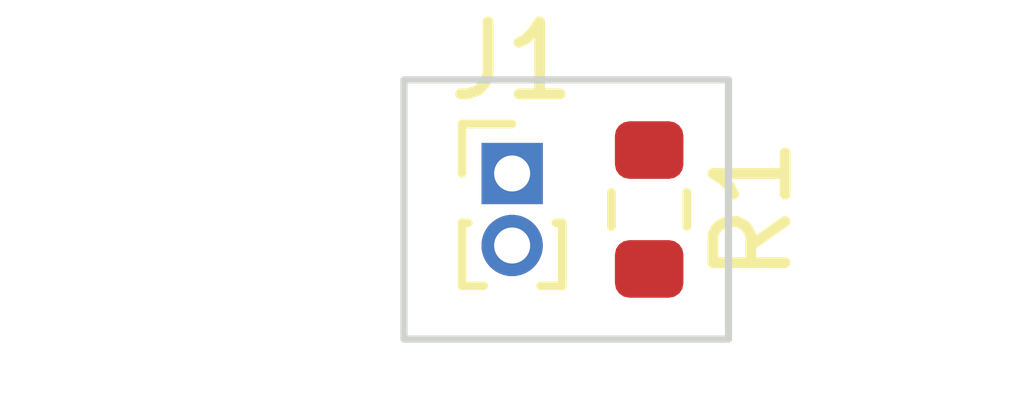
<source format=kicad_pcb>
(kicad_pcb (version 20240108) (generator "pcbnew") (generator_version "8.0")
  (layers (0 "F.Cu" signal) (31 "B.Cu" signal) (34 "B.Paste" user) (35 "F.Paste" user) (36 "B.SilkS" user "B.Silkscreen") (37 "F.SilkS" user "F.Silkscreen") (38 "B.Mask" user) (39 "F.Mask" user) (44 "Edge.Cuts" user))
  (net 0 "")
  (net 1 "GND")
  (net 2 "Net-(J1-Pin_1)")
  (footprint "Connector_PinHeader_1.00mm:PinHeader_1x02_P1.00mm_Vertical" (layer "F.Cu") (at 140.2 99.4)
    (property "Reference" "J1" (at 0 -1.56 0) (layer "F.SilkS"))
    (property "Value" "Conn_01x02_Męski")
    (fp_line (start -0.695 -0.685) (end 0 -0.685) (stroke (width 0.12)) (layer "F.SilkS"))
    (fp_line (start -0.695 0) (end -0.695 -0.685) (stroke (width 0.12)) (layer "F.SilkS"))
    (fp_line (start -0.695 0.685) (end -0.695 1.56) (stroke (width 0.12)) (layer "F.SilkS"))
    (fp_line (start -0.695 0.685) (end -0.608276 0.685) (stroke (width 0.12)) (layer "F.SilkS"))
    (fp_line (start -0.695 1.56) (end -0.394493 1.56) (stroke (width 0.12)) (layer "F.SilkS"))
    (fp_line (start 0.394493 1.56) (end 0.695 1.56) (stroke (width 0.12)) (layer "F.SilkS"))
    (fp_line (start 0.608276 0.685) (end 0.695 0.685) (stroke (width 0.12)) (layer "F.SilkS"))
    (fp_line (start 0.695 0.685) (end 0.695 1.56) (stroke (width 0.12)) (layer "F.SilkS"))
    (pad "1" thru_hole rect (at 0 0) (size 0.85 0.85) (drill 0.5) (layers "*.Cu" "*.Mask") (net 2 "Net-(J1-Pin_1)"))
    (pad "2" thru_hole oval (at 0 1) (size 0.85 0.85) (drill 0.5) (layers "*.Cu" "*.Mask") (net 1 "GND"))
  )
  (footprint "Resistor_SMD:R_0603_1608Metric" (layer "F.Cu") (at 142.1 99.9 -90)
    (property "Reference" "R1" (at 0 -1.43 90) (layer "F.SilkS"))
    (property "Value" "R")
    (fp_line (start -0.237258 0.5225) (end 0.237258 0.5225) (stroke (width 0.12)) (layer "F.SilkS"))
    (fp_line (start -0.237258 -0.5225) (end 0.237258 -0.5225) (stroke (width 0.12)) (layer "F.SilkS"))
    (pad "1" smd roundrect (at -0.825 0 270) (size 0.8 0.95) (layers "F.Cu" "F.Paste" "F.Mask") (net 2 "Net-(J1-Pin_1)"))
    (pad "2" smd roundrect (at 0.825 0 270) (size 0.8 0.95) (layers "F.Cu" "F.Paste" "F.Mask") (net 1 "GND"))
  )
  (gr_rect (start 138.7 98.1) (end 143.2 101.7) (stroke (width 0.1)) (fill none) (layer "Edge.Cuts"))
)
</source>
